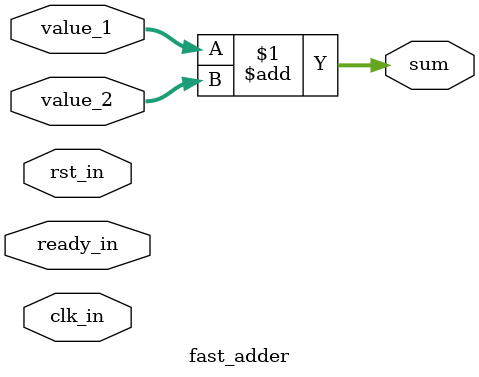
<source format=sv>
`timescale 1ns / 1ps
`default_nettype none

module fast_adder #(
    parameter WIDTH = 1000
    ) (
    input wire clk_in,
    input wire rst_in,
    input wire ready_in,
    input wire [WIDTH-1:0] value_1,
    input wire [WIDTH-1:0] value_2,
    output logic [WIDTH:0] sum
    );

    assign sum = value_1 + value_2;

endmodule

`default_nettype wire
</source>
